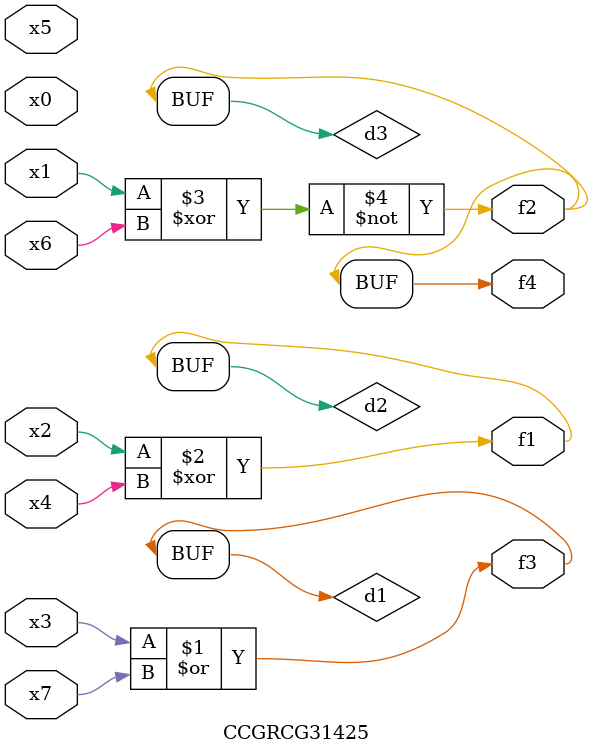
<source format=v>
module CCGRCG31425(
	input x0, x1, x2, x3, x4, x5, x6, x7,
	output f1, f2, f3, f4
);

	wire d1, d2, d3;

	or (d1, x3, x7);
	xor (d2, x2, x4);
	xnor (d3, x1, x6);
	assign f1 = d2;
	assign f2 = d3;
	assign f3 = d1;
	assign f4 = d3;
endmodule

</source>
